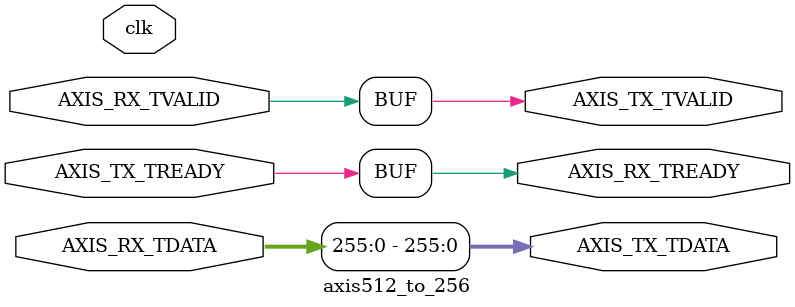
<source format=v>


//===================================================================================================
//                            ------->  Revision History  <------
//===================================================================================================
//
//   Date     Who   Ver  Changes
//===================================================================================================
// 14-Feb-22  DWW  1000  Initial creation
//===================================================================================================


module axis512_to_256
(
    input clk,

    //========================  AXI Stream interface for the input side  ============================
    input[511:0]    AXIS_RX_TDATA,
    input           AXIS_RX_TVALID,
    output          AXIS_RX_TREADY,
    //===============================================================================================


    //========================  AXI Stream interface for the output side  ===========================
    output[255:0]  AXIS_TX_TDATA,
    output         AXIS_TX_TVALID,
    input          AXIS_TX_TREADY
    //===============================================================================================

);

assign  AXIS_TX_TDATA[255:0]  = AXIS_RX_TDATA[255:0];
assign  AXIS_TX_TVALID        = AXIS_RX_TVALID;
assign  AXIS_RX_TREADY        = AXIS_TX_TREADY;

endmodule
</source>
